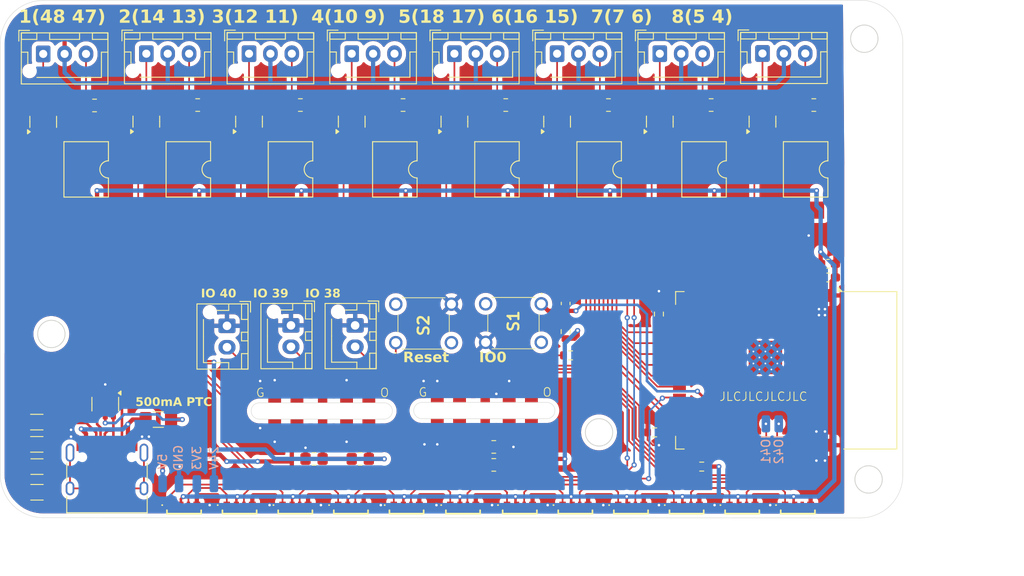
<source format=kicad_pcb>
(kicad_pcb (version 20240108) (generator "pcbnew") (generator_version "8.0")
  (layers (0 "F.Cu" signal) (31 "B.Cu" signal) (34 "B.Paste" user) (35 "F.Paste" user) (36 "B.SilkS" user "B.Silkscreen") (37 "F.SilkS" user "F.Silkscreen") (38 "B.Mask" user) (39 "F.Mask" user) (44 "Edge.Cuts" user))
  (net 0 "")
  (net 1 "+3.3V")
  (net 2 "GND")
  (net 3 "Net-(S1-COM_1)")
  (net 4 "Net-(J3-Pin_1)")
  (net 5 "+24V")
  (net 6 "Net-(IC1-DOUT)")
  (net 7 "Net-(IC2-DOUT)")
  (net 8 "Net-(IC3-DOUT)")
  (net 9 "Net-(IC4-DOUT)")
  (net 10 "Net-(J3-Pin_3)")
  (net 11 "/taster IO/LED")
  (net 12 "Net-(J2-Pin_3)")
  (net 13 "Net-(J2-Pin_1)")
  (net 14 "Net-(J4-Pin_3)")
  (net 15 "Net-(J4-Pin_1)")
  (net 16 "Net-(J5-Pin_1)")
  (net 17 "Net-(J5-Pin_3)")
  (net 18 "/taster IO1/LED")
  (net 19 "/taster IO2/LED")
  (net 20 "/taster IO3/LED")
  (net 21 "/taster IO1/Taster")
  (net 22 "/taster IO2/Taster")
  (net 23 "/taster IO3/Taster")
  (net 24 "Net-(J7-Pin_1)")
  (net 25 "Net-(J7-Pin_3)")
  (net 26 "Net-(J8-Pin_3)")
  (net 27 "Net-(J8-Pin_1)")
  (net 28 "Net-(J9-Pin_3)")
  (net 29 "Net-(J9-Pin_1)")
  (net 30 "Net-(J10-Pin_3)")
  (net 31 "Net-(J10-Pin_1)")
  (net 32 "/taster IO4/LED")
  (net 33 "/taster IO5/LED")
  (net 34 "/taster IO6/LED")
  (net 35 "/taster IO7/LED")
  (net 36 "/taster IO4/Taster")
  (net 37 "/taster IO7/Taster")
  (net 38 "/taster IO6/Taster")
  (net 39 "/taster IO5/Taster")
  (net 40 "Net-(J11-SHIELD)")
  (net 41 "Net-(J11-CC1)")
  (net 42 "+5V")
  (net 43 "Net-(J11-CC2)")
  (net 46 "Net-(IC5-DOUT)")
  (net 47 "Net-(IC6-DOUT)")
  (net 48 "Net-(IC7-DOUT)")
  (net 49 "Net-(IC8-DOUT)")
  (net 50 "Net-(IC10-DIN)")
  (net 51 "Net-(IC10-DOUT)")
  (net 53 "Net-(IC11-DIN)")
  (net 54 "Net-(R3-Pad2)")
  (net 55 "Net-(R4-Pad2)")
  (net 56 "Net-(R5-Pad2)")
  (net 57 "Net-(R6-Pad2)")
  (net 58 "Net-(R7-Pad2)")
  (net 59 "Net-(R8-Pad2)")
  (net 60 "Net-(R9-Pad2)")
  (net 61 "Net-(R10-Pad2)")
  (net 70 "Net-(J1-Pin_2)")
  (net 71 "Net-(J6-Pin_2)")
  (net 72 "Net-(U10-IO20)")
  (net 73 "Net-(U10-IO19)")
  (net 74 "Net-(J12-Pin_2)")
  (net 75 "Net-(J15-Pin_1)")
  (net 76 "Net-(J16-Pin_1)")
  (net 77 "Net-(S2-COM_1)")
  (net 82 "/taster IO/Taster")
  (net 84 "Net-(IC1-DIN)")
  (net 85 "Net-(F1-Pad2)")
  (net 86 "Net-(J11-D+-PadA6)")
  (net 87 "Net-(U10-IO0)")
  (net 88 "Net-(U10-IO45)")
  (net 89 "Net-(U10-IO46)")
  (net 90 "Net-(U11-FB)")
  (net 91 "Net-(U12-FB)")
  (net 92 "Net-(J11-D--PadA7)")
  (footprint "Package_DIP:SMDIP-4_W9.53mm" (layer "F.Cu") (at 187.77 76.769 -90)
    (property "Reference" "U4" (hide yes))
    (property "Value" "LTV-817S" (hide yes))
  )
  (footprint "Package_TO_SOT_SMD:SOT-23" (layer "F.Cu") (at 158.6 71.1875 90)
    (property "Reference" "Q1" (hide yes))
    (property "Value" "AO3400A" (hide yes))
  )
  (footprint "Package_DIP:SMDIP-4_W9.53mm" (layer "F.Cu") (at 139.446 76.769 -90)
    (property "Reference" "U7" (hide yes))
    (property "Value" "LTV-817S" (hide yes))
  )
  (footprint "Package_TO_SOT_SMD:SOT-23" (layer "F.Cu") (at 122.6 71.1875 90)
    (property "Reference" "Q7" (hide yes))
    (property "Value" "AO3400A" (hide yes))
  )
  (footprint "Resistor_SMD:R_1206_3216Metric" (layer "F.Cu") (at 109.8 106.3 180)
    (property "Reference" "R12" (hide yes))
    (property "Value" "5k1" (hide yes))
  )
  (footprint "Resistor_SMD:R_0805_2012Metric" (layer "F.Cu") (at 152.6 69.25)
    (property "Reference" "R7" (hide yes))
    (property "Value" "10k" (hide yes))
  )
  (footprint "Resistor_SMD:R_1206_3216Metric" (layer "F.Cu") (at 109.8 108.9 180)
    (property "Reference" "R13" (hide yes))
    (property "Value" "5k1" (hide yes))
  )
  (footprint "Package_TO_SOT_SMD:SOT-23-6" (layer "F.Cu") (at 117.8 104.2 -90)
    (property "Reference" "U2" (hide yes))
    (property "Value" "USBLC6-2SC6" (hide yes))
  )
  (footprint "Connector_USB:USB_C_Receptacle_HRO_TYPE-C-31-M-12" (layer "F.Cu") (at 118 113)
    (property "Reference" "J11" (hide yes))
    (property "Value" "USB_C_Receptacle_USB2.0_16P" (hide yes))
  )
  (footprint "Resistor_SMD:R_0805_2012Metric_Pad1.20x1.40mm_HandSolder" (layer "F.Cu") (at 163.2 109.2)
    (property "Reference" "R20" (hide yes))
    (property "Value" "R" (hide yes))
  )
  (footprint "Package_DIP:SMDIP-4_W9.53mm" (layer "F.Cu") (at 199.644 76.769 -90)
    (property "Reference" "U5" (hide yes))
    (property "Value" "LTV-817S" (hide yes))
  )
  (footprint "Connector_JST:JST_XH_B2B-XH-AM_1x02_P2.50mm_Vertical" (layer "F.Cu") (at 147 95 -90)
    (property "Reference" "J6" (hide yes))
    (property "Value" "GPIO 2 + GND" (hide yes))
  )
  (footprint "KiCad:4691" (layer "F.Cu") (at 153.007 116)
    (property "Reference" "IC5" (hide yes))
    (property "Value" "4691" (hide yes))
  )
  (footprint "Connector_JST:JST_XH_B2B-XH-AM_1x02_P2.50mm_Vertical" (layer "F.Cu") (at 132.025 95.05 -90)
    (property "Reference" "J12" (hide yes))
    (property "Value" "GPIO 2 + GND" (hide yes))
  )
  (footprint "Connector_JST:JST_XH_B3B-XH-AM_1x03_P2.50mm_Vertical" (layer "F.Cu") (at 134.6 63.25)
    (property "Reference" "J8" (hide yes))
    (property "Value" "Conn_01x03_Socket" (hide yes))
  )
  (footprint "KiCad:4691" (layer "F.Cu") (at 159.607 116)
    (property "Reference" "IC6" (hide yes))
    (property "Value" "4691" (hide yes))
  )
  (footprint "Resistor_SMD:R_0603_1608Metric" (layer "F.Cu") (at 187.5 111.5 180)
    (property "Reference" "R16" (hide yes))
    (property "Value" "10k" (hide yes))
  )
  (footprint "RF_Module:ESP32-S3-WROOM-1" (layer "F.Cu") (at 197.4 100.25 -90)
    (property "Reference" "U10" (hide yes))
    (property "Value" "ESP32-S3-WROOM-1" (hide yes))
  )
  (footprint "Package_DIP:SMDIP-4_W9.53mm" (layer "F.Cu") (at 175.514 76.769 -90)
    (property "Reference" "U1" (hide yes))
    (property "Value" "LTV-817S" (hide yes))
  )
  (footprint "Library:TL1105AF160Q" (layer "F.Cu") (at 168.75 92.4815 -90)
    (property "Reference" "S1")
    (property "Value" "TL1105AF160Q" (hide yes))
  )
  (footprint "Resistor_SMD:R_0805_2012Metric" (layer "F.Cu") (at 188.6 69.25)
    (property "Reference" "R5" (hide yes))
    (property "Value" "10k" (hide yes))
  )
  (footprint "Connector_JST:JST_XH_B3B-XH-AM_1x03_P2.50mm_Vertical" (layer "F.Cu") (at 194.6 63.225)
    (property "Reference" "J5" (hide yes))
    (property "Value" "Conn_01x03_Socket" (hide yes))
  )
  (footprint "Package_DIP:SMDIP-4_W9.53mm" (layer "F.Cu") (at 115.57 76.769 -90)
    (property "Reference" "U9" (hide yes))
    (property "Value" "LTV-817S" (hide yes))
  )
  (footprint "KiCad:4691" (layer "F.Cu") (at 146.507 116)
    (property "Reference" "IC4" (hide yes))
    (property "Value" "4691" (hide yes))
  )
  (footprint "Package_TO_SOT_SMD:SOT-23" (layer "F.Cu") (at 170.6 71.1875 90)
    (property "Reference" "Q2" (hide yes))
    (property "Value" "AO3400A" (hide yes))
  )
  (footprint "Connector_JST:JST_XH_B3B-XH-AM_1x03_P2.50mm_Vertical" (layer "F.Cu") (at 122.6 63.25)
    (property "Reference" "J9" (hide yes))
    (property "Value" "Conn_01x03_Socket" (hide yes))
  )
  (footprint "Resistor_SMD:R_0805_2012Metric" (layer "F.Cu") (at 140.6 69.25)
    (property "Reference" "R8" (hide yes))
    (property "Value" "10k" (hide yes))
  )
  (footprint "Resistor_SMD:R_0603_1608Metric" (layer "F.Cu") (at 171.6 95.725 -90)
    (property "Reference" "R11" (hide yes))
    (property "Value" "10k" (hide yes))
  )
  (footprint "Resistor_SMD:R_0805_2012Metric_Pad1.20x1.40mm_HandSolder" (layer "F.Cu") (at 147.6 110.6 180)
    (property "Reference" "R17" (hide yes))
    (property "Value" "R" (hide yes))
  )
  (footprint "Package_TO_SOT_SMD:SOT-23" (layer "F.Cu") (at 182.6 71.1875 90)
    (property "Reference" "Q3" (hide yes))
    (property "Value" "AO3400A" (hide yes))
  )
  (footprint "KiCad:4691" (layer "F.Cu") (at 140.007 116)
    (property "Reference" "IC3" (hide yes))
    (property "Value" "4691" (hide yes))
  )
  (footprint "Package_TO_SOT_SMD:SOT-23" (layer "F.Cu") (at 146.6 71.1875 90)
    (property "Reference" "Q5" (hide yes))
    (property "Value" "AO3400A" (hide yes))
  )
  (footprint "Connector_JST:JST_XH_B3B-XH-AM_1x03_P2.50mm_Vertical" (layer "F.Cu") (at 110.55 63.275)
    (property "Reference" "J10" (hide yes))
    (property "Value" "Conn_01x03_Socket" (hide yes))
  )
  (footprint "Resistor_SMD:R_0805_2012Metric_Pad1.20x1.40mm_HandSolder" (layer "F.Cu") (at 142.2 110.6 180)
    (property "Reference" "R18" (hide yes))
    (property "Value" "R" (hide yes))
  )
  (footprint "Resistor_SMD:R_0603_1608Metric" (layer "F.Cu") (at 182 107.5)
    (property "Reference" "R14" (hide yes))
    (property "Value" "10k" (hide yes))
  )
  (footprint "KiCad:4691" (layer "F.Cu") (at 192.232 116)
    (property "Reference" "IC12" (hide yes))
    (property "Value" "4691" (hide yes))
  )
  (footprint "Package_DIP:SMDIP-4_W9.53mm" (layer "F.Cu") (at 151.638 76.769 -90)
    (property "Reference" "U6" (hide yes))
    (property "Value" "LTV-817S" (hide yes))
  )
  (footprint "Resistor_SMD:R_0805_2012Metric" (layer "F.Cu") (at 176.6 69.25)
    (property "Reference" "R4" (hide yes))
    (property "Value" "10k" (hide yes))
  )
  (footprint "Connector_JST:JST_XH_B3B-XH-AM_1x03_P2.50mm_Vertical" (layer "F.Cu") (at 170.6 63.25)
    (property "Reference" "J2" (hide yes))
    (property "Value" "Conn_01x03_Socket" (hide yes))
  )
  (footprint "Package_DIP:SMDIP-4_W9.53mm" (layer "F.Cu") (at 163.576 76.769 -90)
    (property "Reference" "U3" (hide yes))
    (property "Value" "LTV-817S" (hide yes))
  )
  (footprint "Fuse:Fuse_1206_3216Metric_Pad1.42x1.75mm_HandSolder" (layer "F.Cu") (at 124 106 180)
    (property "Reference" "F1" (hide yes))
    (property "Value" "500mA PTC")
  )
  (footprint "Package_TO_SOT_SMD:SOT-23" (layer "F.Cu") (at 110.55 71.2125 90)
    (property "Reference" "Q8" (hide yes))
    (property "Value" "AO3400A" (hide yes))
  )
  (footprint "Capacitor_SMD:C_0603_1608Metric_Pad1.08x0.95mm_HandSolder" (layer "F.Cu") (at 202.2625 87.8 180)
    (property "Reference" "C8" (hide yes))
    (property "Value" "100n" (hide yes))
  )
  (footprint "Resistor_SMD:R_0805_2012Metric_Pad1.20x1.40mm_HandSolder" (layer "F.Cu") (at 163.2 111.3 180)
    (property "Reference" "R19" (hide yes))
    (property "Value" "R" (hide yes))
  )
  (footprint "Resistor_SMD:R_1206_3216Metric" (layer "F.Cu") (at 109.82 114.5 180)
    (property "Reference" "R1" (hide yes))
    (property "Value" "1M" (hide yes))
  )
  (footprint "KiCad:4691" (layer "F.Cu") (at 179.232 116)
    (property "Reference" "IC9" (hide yes))
    (property "Value" "4691" (hide yes))
  )
  (footprint "Library:VC-D-40-A" (layer "F.Cu") (at 134.85 105.95)
    (property "Reference" "U11" (hide yes))
    (property "Value" "~" (hide yes))
    (fp_line (start 0.95 -1.9) (end 15.55 -1.9) (stroke (width 0.05)) (layer "Edge.Cuts"))
    (fp_line (start 15.55 0) (end 0.95 0) (stroke (width 0.05)) (layer "Edge.Cuts"))
    (fp_arc (start 0.95 0) (mid 0 -0.95) (end 0.95 -1.9) (stroke (width 0.05)) (layer "Edge.Cuts"))
    (fp_arc (start 15.55 -1.9) (mid 16.5 -0.95) (end 15.55 0) (stroke (width 0.05)) (layer "Edge.Cuts"))
  )
  (footprint "KiCad:4691" (layer "F.Cu") (at 166.24 116)
    (property "Reference" "IC7" (hide yes))
    (property "Value" "4691" (hide yes))
  )
  (footprint "KiCad:4691" (layer "F.Cu") (at 198.732 116)
    (property "Reference" "IC11" (hide yes))
    (property "Value" "4691" (hide yes))
  )
  (footprint "Resistor_SMD:R_0805_2012Metric" (layer "F.Cu") (at 200.6 69.25)
    (property "Reference" "R6" (hide yes))
    (property "Value" "10k" (hide yes))
  )
  (footprint "Resistor_SMD:R_0805_2012Metric" (layer "F.Cu") (at 164.6 69.25)
    (property "Reference" "R3" (hide yes))
    (property "Value" "10k" (hide yes))
  )
  (footprint "KiCad:4691" (layer "F.Cu") (at 133.492 116)
    (property "Reference" "IC2" (hide yes))
    (property "Value" "4691" (hide yes))
  )
  (footprint "Capacitor_SMD:C_1206_3216Metric" (layer "F.Cu") (at 109.82 111.5 180)
    (property "Reference" "C5" (hide yes))
    (property "Value" "1nF" (hide yes))
  )
  (footprint "Resistor_SMD:R_0603_1608Metric" (layer "F.Cu") (at 182.5 93.675 -90)
    (property "Reference" "R15" (hide yes))
    (property "Value" "10k" (hide yes))
  )
  (footprint "KiCad:4691" (layer "F.Cu") (at 127.007 116)
    (property "Reference" "IC1" (hide yes))
    (property "Value" "4691" (hide yes))
  )
  (footprint "Library:TL1105AF160Q" (layer "F.Cu") (at 151.75 97.0185 90)
    (property "Reference" "S2")
    (property "Value" "TL1105AF160Q" (hide yes))
  )
  (footprint "Resistor_SMD:R_0805_2012Metric" (layer "F.Cu") (at 116.55 69.3)
    (property "Reference" "R10" (hide yes))
    (property "Value" "10k" (hide yes))
  )
  (footprint "Capacitor_SMD:C_0603_1608Metric_Pad1.08x0.95mm_HandSolder" (layer "F.Cu") (at 202.2625 89.4 180)
    (property "Reference" "C2" (hide yes))
    (property "Value" "22u" (hide yes))
  )
  (footprint "KiCad:4691" (layer "F.Cu") (at 172.732 116)
    (property "Reference" "IC8" (hide yes))
    (property "Value" "4691" (hide yes))
  )
  (footprint "Resistor_SMD:R_0805_2012Metric" (layer "F.Cu") (at 128.6 69.25)
    (property "Reference" "R9" (hide yes))
    (property "Value" "10k" (hide yes))
  )
  (footprint "Package_DIP:SMDIP-4_W9.53mm" (layer "F.Cu") (at 127.508 76.769 -90)
    (property "Reference" "U8" (hide yes))
    (property "Value" "LTV-817S" (hide yes))
  )
  (footprint "Resistor_SMD:R_0603_1608Metric" (layer "F.Cu") (at 172.175 98.5 180)
    (property "Reference" "R2" (hide yes))
    (property "Value" "1k" (hide yes))
  )
  (footprint "Capacitor_SMD:C_0603_1608Metric_Pad1.08x0.95mm_HandSolder" (layer "F.Cu") (at 171.6 92.4375 -90)
    (property "Reference" "C1" (hide yes))
    (property "Value" "100n" (hide yes))
  )
  (footprint "Connector_JST:JST_XH_B3B-XH-AM_1x03_P2.50mm_Vertical" (layer "F.Cu") (at 182.6 63.25)
    (property "Reference" "J4" (hide yes))
    (property "Value" "Conn_01x03_Socket" (hide yes))
  )
  (footprint "Library:VC-D-40-A" (layer "F.Cu") (at 153.85 105.9)
    (property "Reference" "U12" (hide yes))
    (property "Value" "~" (hide yes))
    (fp_line (start 0.95 -1.9) (end 15.55 -1.9) (stroke (width 0.05)) (layer "Edge.Cuts"))
    (fp_line (start 15.55 0) (end 0.95 0) (stroke (width 0.05)) (layer "Edge.Cuts"))
    (fp_arc (start 0.95 0) (mid 0 -0.95) (end 0.95 -1.9) (stroke (width 0.05)) (layer "Edge.Cuts"))
    (fp_arc (start 15.55 -1.9) (mid 16.5 -0.95) (end 15.55 0) (stroke (width 0.05)) (layer "Edge.Cuts"))
  )
  (footprint "KiCad:4691" (layer "F.Cu") (at 185.732 116)
    (property "Reference" "IC10" (hide yes))
    (property "Value" "4691" (hide yes))
  )
  (footprint "Connector_JST:JST_XH_B3B-XH-AM_1x03_P2.50mm_Vertical" (layer "F.Cu") (at 146.6 63.25)
    (property "Reference" "J7" (hide yes))
    (property "Value" "Conn_01x03_Socket" (hide yes))
  )
  (footprint "Package_TO_SOT_SMD:SOT-23" (layer "F.Cu") (at 194.6 71.1875 90)
    (property "Reference" "Q4" (hide yes))
    (property "Value" "AO3400A" (hide yes))
  )
  (footprint "Connector_JST:JST_XH_B3B-XH-AM_1x03_P2.50mm_Vertical" (layer "F.Cu") (at 158.6 63.25)
    (property "Reference" "J3" (hide yes))
    (property "Value" "Conn_01x03_Socket" (hide yes))
  )
  (footprint "Connector_JST:JST_XH_B2B-XH-AM_1x02_P2.50mm_Vertical" (layer "F.Cu") (at 139.5 95 -90)
    (property "Reference" "J1" (hide yes))
    (property "Value" "GPIO 2 + GND" (hide yes))
  )
  (footprint "Package_TO_SOT_SMD:SOT-23" (layer "F.Cu") (at 134.6 71.1875 90)
    (property "Reference" "Q6" (hide yes))
    (property "Value" "AO3400A" (hide yes))
  )
  (footprint "Connector_Wire:SolderWirePad_1x01_SMD_1x2mm" (layer "B.Cu") (at 124.5 113.5 180)
    (property "Reference" "J22" (hide yes))
    (property "Value" "5V")
  )
  (footprint "Connector_Wire:SolderWirePad_1x01_SMD_1x2mm" (layer "B.Cu") (at 128.5 113.5 180)
    (property "Reference" "J20" (hide yes))
    (property "Value" "3V3")
  )
  (footprint "Connector_Wire:SolderWirePad_1x01_SMD_1x2mm" (layer "B.Cu") (at 196.5 106.5 180)
    (property "Reference" "J15" (hide yes))
    (property "Value" "IO42")
  )
  (footprint "Connector_Wire:SolderWirePad_1x01_SMD_1x2mm" (layer "B.Cu") (at 126.42 113.5 180)
    (property "Reference" "J19" (hide yes))
    (property "Value" "GND")
  )
  (footprint "Connector_Wire:SolderWirePad_1x01_SMD_1x2mm" (layer "B.Cu") (at 195 106.5 180)
    (property "Reference" "J16" (hide yes))
    (property "Value" "IO41")
  )
  (footprint "Connector_Wire:SolderWirePad_1x01_SMD_1x2mm" (layer "B.Cu") (at 130.5 113.5 180)
    (property "Reference" "J21" (hide yes))
    (property "Value" "24V")
  )
  (gr_circle (center 207 113) (end 208.6 113) (stroke (width 0.1)) (fill none) (layer "Edge.Cuts"))
  (gr_arc (start 211 112.5) (mid 209.535534 116.035534) (end 206 117.5) (stroke (width 0.05)) (layer "Edge.Cuts"))
  (gr_circle (center 175.5 107.5) (end 177.1 107.5) (stroke (width 0.1)) (fill none) (layer "Edge.Cuts"))
  (gr_line (start 206 57) (end 110.535534 57.035534) (stroke (width 0.05)) (layer "Edge.Cuts"))
  (gr_circle (center 206.5 61.5) (end 208.1 61.5) (stroke (width 0.1)) (fill none) (layer "Edge.Cuts"))
  (gr_line (start 110.535534 117.464466) (end 206 117.5) (stroke (width 0.05)) (layer "Edge.Cuts"))
  (gr_arc (start 206 57) (mid 209.535534 58.464466) (end 211 62) (stroke (width 0.05)) (layer "Edge.Cuts"))
  (gr_line (start 105.535534 62.035534) (end 105.535534 112.464466) (stroke (width 0.05)) (layer "Edge.Cuts"))
  (gr_line (start 211 112.5) (end 211 62) (stroke (width 0.05)) (layer "Edge.Cuts"))
  (gr_arc (start 105.535534 62.035534) (mid 107 58.5) (end 110.535534 57.035534) (stroke (width 0.05)) (layer "Edge.Cuts"))
  (gr_arc (start 110.535534 117.464466) (mid 107 116) (end 105.535534 112.464466) (stroke (width 0.05)) (layer "Edge.Cuts"))
  (gr_circle (center 111.5 96) (end 113.1 96) (stroke (width 0.1)) (fill none) (layer "Edge.Cuts"))
  (gr_text "Reset      IO0" (at 152.6 99.5 0) (layer "F.SilkS") (effects (font (size 1.2 1.2) (thickness 0.24) (bold yes)) (justify left bottom)))
  (gr_text "JLCJLCJLCJLC" (at 189.5 103.9 0) (layer "F.SilkS") (effects (font (size 1 1) (thickness 0.1)) (justify left bottom)))
  (gr_text "1(48 47)  2(14 13) 3(12 11)  4(10 9)  5(18 17) 6(16 15)  7(7 6)   8(5 4)" (at 107.7 59.9 0) (layer "F.SilkS") (effects (font (size 1.53 1.53) (thickness 0.3) (bold yes)) (justify left bottom)))
  (gr_text "  IO 40    IO 39    IO 38" (at 128 91.9 0) (layer "F.SilkS") (effects (font (size 1 1) (thickness 0.2) (bold yes)) (justify left bottom)))
  (segment (start 178.74 115) (end 178.74 115.875) (width 0.3) (layer "F.Cu") (net 1))
  (segment (start 176.784 81.534) (end 176.784 79.248) (width 0.5) (layer "F.Cu") (net 1))
  (segment (start 188.325 111.5) (end 189.5 111.5) (width 0.5) (layer "F.Cu") (net 1))
  (segment (start 200.914 81.534) (end 200.914 79.248) (width 0.5) (layer "F.Cu") (net 1))
  (segment (start 164.846 81.534) (end 164.846 79.248) (width 0.5) (layer "F.Cu") (net 1))
  (segment (start 172.24 115) (end 172.24 115.875) (width 0.3) (layer "F.Cu") (net 1))
  (segment (start 167.6 110.6) (end 171.5 110.6) (width 0.5) (layer "F.Cu") (net 1))
  (segment (start 198.24 115.875) (end 198.365 116) (width 0.3) (layer "F.Cu") (net 1))
  (segment (start 191.74 115) (end 191.74 115.875) (width 0.3) (layer "F.Cu") (net 1))
  (segment (start 188.976 81.534) (end 188.976 79.248) (width 0.5) (layer "F.Cu") (net 1))
  (segment (start 171.6 96.55) (end 172.65 96.55) (width 0.5) (layer "F.Cu") (net 1))
  (segment (start 128.778 81.534) (end 128.778 79.248) (width 0.5) (layer "F.Cu") (net 1))
  (segment (start 201.4 87.8) (end 201.4 86.4) (width 0.5) (layer "F.Cu") (net 1))
  (segment (start 185.24 115) (end 185.24 115.875) (width 0.3) (layer "F.Cu") (net 1))
  (segment (start 152.64 115.1) (end 152.74 115) (width 0.3) (layer "F.Cu") (net 1))
  (segment (start 140.716 81.534) (end 140.716 79.248) (width 0.5) (layer "F.Cu") (net 1))
  (segment (start 178.74 115.875) (end 178.865 116) (width 0.3) (layer "F.Cu") (net 1))
  (segment (start 198.24 115) (end 198.24 115.875) (width 0.3) (layer "F.Cu") (net 1))
  (segment (start 126.64 115.28) (end 126.64 116) (width 0.3) (layer "F.Cu") (net 1))
  (segment (start 139.64 116) (end 139.64 115.1) (width 0.3) (layer "F.Cu") (net 1))
  (segment (start 166.9 111.3) (end 167.6 110.6) (width 0.5) (layer "F.Cu") (net 1))
  (segment (start 172.65 96.55) (end 173 96.2) (width 0.5) (layer "F.Cu") (net 1))
  (segment (start 200.87 81.515) (end 201.1 81.285) (width 0.2) (layer "F.Cu") (net 1))
  (segment (start 146.14 115.1) (end 146.24 115) (width 0.3) (layer "F.Cu") (net 1))
  (segment (start 164.2 111.3) (end 166.9 111.3) (width 0.5) (layer "F.Cu") (net 1))
  (segment (start 126.92 115) (end 126.64 115.28) (width 0.3) (layer "F.Cu") (net 1))
  (segment (start 133.125 116) (end 133.125 115.115) (width 0.3) (layer "F.Cu") (net 1))
  (segment (start 152.908 81.534) (end 152.908 79.248) (width 0.5) (layer "F.Cu") (net 1))
  (segment (start 201.39 82.035) (end 200.87 81.515) (width 0.2) (layer "F.Cu") (net 1))
  (segment (start 116.84 81.534) (end 116.84 79.248) (width 0.5) (layer "F.Cu") (net 1))
  (segment (start 201.39 87.81) (end 201.4 87.8) (width 0.5) (layer "F.Cu") (net 1))
  (segment (start 165.873 116) (end 165.74 115.867) (width 0.3) (layer "F.Cu") (net 1))
  (segment (start 133.125 115.115) (end 133.24 115) (width 0.3) (layer "F.Cu") (net 1))
  (segment (start 165.74 115) (end 165.74 115.867) (width 0.3) (layer "F.Cu") (net 1))
  (segment (start 201.39 91.5) (end 201.39 87.81) (width 0.5) (layer "F.Cu") (net 1))
  (segment (start 191.74 115.875) (end 191.865 116) (width 0.3) (layer "F.Cu") (net 1))
  (segment (start 139.64 115.1) (end 139.74 115) (width 0.3) (layer "F.Cu") (net 1))
  (segment (start 167.6 110.6) (end 167.6 106.9) (width 0.5) (layer "F.Cu") (net 1))
  (segment (start 173 96.2) (end 173 95.6) (width 0.5) (layer "F.Cu") (net 1))
  (segment (start 152.64 116) (end 152.64 115.1) (width 0.3) (layer "F.Cu") (net 1))
  (segment (start 185.24 115.875) (end 185.365 116) (width 0.3) (layer "F.Cu") (net 1))
  (segment (start 146.14 116) (end 146.14 115.1) (width 0.3) (layer "F.Cu") (net 1))
  (segment (start 172.24 115.875) (end 172.365 116) (width 0.3) (layer "F.Cu") (net 1))
  (segment (start 159.24 115) (end 159.24 116) (width 0.3) (layer "F.Cu") (net 1))
  (via (at 140.716 79.248) (size 0.6) (drill 0.3) (layers "F.Cu" "B.Cu") (net 1))
  (via (at 152.908 79.248) (size 0.6) (drill 0.3) (layers "F.Cu" "B.Cu") (net 1))
  (via (at 152.74 115) (size 0.6) (drill 0.3) (layers "F.Cu" "B.Cu") (net 1))
  (via (at 201.4 86.4) (size 0.6) (drill 0.3) (layers "F.Cu" "B.Cu") (net 1))
  (via (at 159.24 115) (size 0.6) (drill 0.3) (layers "F.Cu" "B.Cu") (net 1))
  (via (at 198.24 115) (size 0.6) (drill 0.3) (layers "F.Cu" "B.Cu") (net 1))
  (via (at 128.778 79.248) (size 0.6) (drill 0.3) (layers "F.Cu" "B.Cu") (net 1))
  (via (at 165.74 115) (size 0.6) (drill 0.3) (layers "F.Cu" "B.Cu") (net 1))
  (via (at 185.24 115) (size 0.6) (drill 0.3) (layers "F.Cu" "B.Cu") (net 1))
  (via (at 126.92 115) (size 0.6) (drill 0.3) (layers "F.Cu" "B.Cu") (net 1))
  (via (at 188.976 79.248) (size 0.6) (drill 0.3) (layers "F.Cu" "B.Cu") (net 1))
  (via (at 173 95.6) (size 0.6) (drill 0.3) (layers "F.Cu" "B.Cu") (net 1))
  (via (at 189.5 111.5) (size 0.6) (drill 0.3) (layers "F.Cu" "B.Cu") (net 1))
  (via (at 133.24 115) (size 0.6) (drill 0.3) (layers "F.Cu" "B.Cu") (net 1))
  (via (at 200.914 79.248) (size 0.6) (drill 0.3) (layers "F.Cu" "B.Cu") (net 1))
  (via (at 191.74 115) (size 0.6) (drill 0.3) (layers "F.Cu" "B.Cu") (net 1))
  (via (at 116.84 79.248) (size 0.6) (drill 0.3) (layers "F.Cu" "B.Cu") (net 1))
  (via (at 171.5 110.6) (size 0.6) (drill 0.3) (layers "F.Cu" "B.Cu") (net 1))
  (via (at 146.24 115) (size 0.6) (drill 0.3) (layers "F.Cu" "B.Cu") (net 1))
  (via (at 176.784 79.248) (size 0.6) (drill 0.3) (layers "F.Cu" "B.Cu") (net 1))
  (via (at 178.74 115) (size 0.6) (drill 0.3) (layers "F.Cu" "B.Cu") (net 1))
  (via (at 172.24 115) (size 0.6) (drill 0.3) (layers "F.Cu" "B.Cu") (net 1))
  (via (at 139.74 115) (size 0.6) (drill 0.3) (layers "F.Cu" "B.Cu") (net 1))
  (via (at 164.846 79.248) (size 0.6) (drill 0.3) (layers "F.Cu" "B.Cu") (net 1))
  (segment (start 171.5 110.6) (end 171.5 97.1) (width 0.5) (layer "B.Cu") (net 1))
  (segment (start 152.74 115) (end 159.24 115) (width 0.5) (layer "B.Cu") (net 1))
  (segment (start 191.74 115) (end 197.8 115) (width 0.5) (layer "B.Cu") (net 1))
  (segment (start 197.8 115) (end 201.1 115) (width 0.5) (layer "B.Cu") (net 1))
  (segment (start 188.976 79.248) (end 200.914 79.248) (width 0.5) (layer "B.Cu") (net 1))
  (segment (start 159.24 115) (end 161 115) (width 0.5) (layer "B.Cu") (net 1))
  (segment (start 145.5 115) (end 146.24 115) (width 0.5) (layer "B.Cu") (net 1))
  (segment (start 189.5 111.5) (end 189.5 115) (width 0.5) (layer "B.Cu") (net 1))
  (segment (start 129.5 115) (end 133.24 115) (width 0.5) (layer "B.Cu") (net 1))
  (segment (start 201.1 115) (end 203 113.1) (width 0.5) (layer "B.Cu") (net 1))
  (segment (start 128.5 113.5) (end 128.5 115) (width 0.5) (layer "B.Cu") (net 1))
  (segment (start 201.4 81.5) (end 200.914 81.014) (width 0.5) (layer "B.Cu") (net 1))
  (segment (start 203 113.1) (end 203 88) (width 0.5) (layer "B.Cu") (net 1))
  (segment (start 165.74 115) (end 170.5 115) (width 0.5) (layer "B.Cu") (net 1))
  (segment (start 171.5 79.248398) (end 171.499602 79.248) (width 0.5) (layer "B.Cu") (net 1))
  (segment (start 185.24 115) (end 189.5 115) (width 0.5) (layer "B.Cu") (net 1))
  (segment (start 189.5 115) (end 191.74 115) (width 0.5) (layer "B.Cu") (net 1))
  (segment (start 161 115) (end 165.74 115) (width 0.5) (layer "B.Cu") (net 1))
  (segment (start 171.5 111.9) (end 172.24 112.64) (width 0.5) (layer "B.Cu") (net 1))
  (segment (start 179 115) (end 185.24 115) (width 0.5) (layer "B.Cu") (net 1))
  (segment (start 137.24 115) (end 139.74 115) (width 0.5) (layer "B.Cu") (net 1))
  (segment (start 128.5 115) (end 129.5 115) (width 0.5) (layer "B.Cu") (net 1))
  (segment (start 139.74 115) (end 145.5 115) (width 0.5) (layer "B.Cu") (net 1))
  (segment (start 172.24 112.64) (end 172.24 115) (width 0.5) (layer "B.Cu") (net 1))
  (segment (start 200.914 81.014) (end 200.914 79.248) (width 0.5) (layer "B.Cu") (net 1))
  (segment (start 178.74 115) (end 179 115) (width 0.5) (layer "B.Cu") (net 1))
  (segment (start 171.499602 79.248) (end 116.84 79.248) (width 0.5) (layer "B.Cu") (net 1))
  (segment (start 201.4 86.4) (end 201.4 81.5) (width 0.5) (layer "B.Cu") (net 1))
  (segment (start 171.499602 79.248) (end 176.784 79.248) (width 0.5) (layer "B.Cu") (net 1))
  (segment (start 126.92 115) (end 128.5 115) (width 0.5) (layer "B.Cu") (net 1))
  (segment (start 170.5 115) (end 172.24 115) (width 0.5) (layer "B.Cu") (net 1))
  (segment (start 171.5 110.6) (end 171.5 111.9) (width 0.5) (layer "B.Cu") (net 1))
  (segment (start 133.24 115) (end 137.24 115) (width 0.5) (layer "B.Cu") (net 1))
  (segment (start 171.5 115) (end 170.5 115) (width 0.5) (layer "B.Cu") (net 1))
  (segment (start 203 88) (end 201.4 86.4) (width 0.5) (layer "B.Cu") (net 1))
  (segment (start 176.784 79.248) (end 188.976 79.248) (width 0.5) (layer "B.Cu") (net 1))
  (segment (start 171.5 97.1) (end 173 95.6) (width 0.5) (layer "B.Cu") (net 1))
  (segment (start 197.8 115) (end 198.24 115) (width 0.5) (layer "B.Cu") (net 1))
  (segment (start 172.24 115) (end 178.74 115) (width 0.5) (layer "B.Cu") (net 1))
  (segment (start 146.24 115) (end 152.74 115) (width 0.5) (layer "B.Cu") (net 1))
  (segment (start 121.25 108.955) (end 121.25 108.25) (width 0.5) (layer "F.Cu") (net 2))
  (segment (start 146 103.05) (end 146 101.4) (width 0.5) (layer "F.Cu") (net 2))
  (segment (start 117.8 103.0625) (end 117.8 101.9) (width 0.3) (layer "F.Cu") (net 2))
  (segment (start 114.75 108.25) (end 114.5 108) (width 0.5) (layer "F.Cu") (net 2))
  (segment (start 114.5 108) (end 113.8 108) (width 0.5) (layer "F.Cu") (net 2))
  (segment (start 156.6 103) (end 156.6 101.5) (width 0.5) (layer "F.Cu") (net 2))
  (segment (start 165 103) (end 165 101.5) (width 0.5) (layer "F.Cu") (net 2))
  (segment (start 202.66 89.865) (end 203.125 89.4) (width 0.5) (layer "F.Cu") (net 2))
  (segment (start 182.5 109) (end 181.8 109) (width 0.2) (layer "F.Cu") (net 2))
  (segment (start 202.66 91.5) (end 202.66 89.865) (width 0.5) (layer "F.Cu") (net 2))
  (segment (start 121.5 108) (end 122.1 108) (width 0.5) (layer "F.Cu") (net 2))
  (segment (start 165.5 107.4) (end 165 106.9) (width 0.5) (layer "F.Cu") (net 2))
  (segment (start 181.8 109) (end 181.175 108.375) (width 0.2) (layer "F.Cu") (net 2))
  (segment (start 164.2 109.2) (end 165.5 109.2) (width 0.5) (layer "F.Cu") (net 2))
  (segment (start 121.25 108.25) (end 121.5 108) (width 0.5) (layer "F.Cu") (net 2))
  (segment (start 165.5 109.2) (end 165.5 107.4) (width 0.5) (layer "F.Cu") (net 2))
  (segment (start 181.175 108.375) (end 181.175 107.5) (width 0.2) (layer "F.Cu") (net 2))
  (segment (start 137.6 103.05) (end 137.6 101.4) (width 0.5) (layer "F.Cu") (net 2))
  (segment (start 137.6 106.95) (end 137.6 108.6) (width 0.5) (layer "F.Cu") (net 2))
  (segment (start 141.2 110.6) (end 141.2 109.3) (width 0.5) (layer "F.Cu") (net 2))
  (segment (start 114.75 108.955) (end 114.75 108.25) (width 0.5) (layer "F.Cu") (net 2))
  (segment (start 146 106.95) (end 146 108.6) (width 0.5) (layer "F.Cu") (net 2))
  (segment (start 182.5 92.85) (end 182.5 91) (width 0.2) (layer "F.Cu") (net 2))
  (via (at 201.2 93.8) (size 0.6) (drill 0.3) (layers "F.Cu" "B.Cu") (net 2))
  (via (at 195.5 116) (size 0.6) (drill 0.3) (layers "F.Cu" "B.Cu") (net 2))
  (via (at 137 116) (size 0.6) (drill 0.3) (layers "F.Cu" "B.Cu") (net 2))
  (via (at 130 116) (size 0.6) (drill 0.3) (layers "F.Cu" "B.Cu") (net 2))
  (via (at 200 84.5) (size 0.6) (drill 0.3) (layers "F.Cu" "B.Cu") (net 2))
  (via (at 182.5 109) (size 0.6) (drill 0.3) (layers "F.Cu" "B.Cu") (net 2))
  (via (at 163.5 103) (size 0.6) (drill 0.3) (layers "F.Cu" "B.Cu") (net 2))
  (via (at 137.6 108.6) (size 0.6) (drill 0.3) (layers "F.Cu" "B.Cu") (net 2))
  (via (at 165 101.5) (size 0.6) (drill 0.3) (layers "F.Cu" "B.Cu") (net 2))
  (via (at 155.1 108.9) (size 0.6) (drill 0.3) (layers "F.Cu" "B.Cu") (net 2))
  (via (at 126.5 111.5) (size 0.6) (drill 0.3) (layers "F.Cu" "B.Cu") (net 2))
  (via (at 165.5 109.2) (size 0.6) (drill 0.3) (layers "F.Cu" "B.Cu") (net 2))
  (via (at 113.8 107.2) (size 0.6) (drill 0.3) (layers "F.Cu" "B.Cu") (net 2))
  (via (at 201.9 93.8) (size 0.6) (drill 0.3) (layers "F.Cu" "B.Cu") (net 2))
  (via (at 141.2 109.3) (size 0.6) (drill 0.3) (layers "F.Cu" "B.Cu") (net 2))
  (via (at 176 116) (size 0.6) (drill 0.3) (layers "F.Cu" "B.Cu") (net 2))
  (via (at 113.8 108) (size 0.6) (drill 0.3) (layers "F.Cu" "B.Cu") (net 2))
  (via (at 146 108.6) (size 0.6) (drill 0.3) (layers "F.Cu" "B.Cu") (net 2))
  (via (at 137.6 101.4) (size 0.6) (drill 0.3) (layers "F.Cu" "B.Cu") (net 2))
  (via (at 182.5 91) (size 0.6) (drill 0.3) (layers "F.Cu" "B.Cu") (net 2))
  (via (at 189 116) (size 0.6) (drill 0.3) (layers "F.Cu" "B.Cu") (net 2))
  (via (at 156.6 101.5) (size 0.6) (drill 0.3) (layers "F.Cu" "B.Cu") (net 2))
  (via (at 163 116) (size 0.6) (drill 0.3) (layers "F.Cu" "B.Cu") (net 2))
  (via (at 201.9 107.4) (size 0.6) (drill 0.3) (layers "F.Cu" "B.Cu") (net 2))
  (via (at 201.2 93.1) (size 0.6) (drill 0.3) (layers "F.Cu" "B.Cu") (net 2))
  (via (at 135.9 107) (size 0.6) (drill 0.3) (layers "F.Cu" "B.Cu") (net 2))
  (via (at 169.5 116) (size 0.6) (drill 0.3) (layers "F.Cu" "B.Cu") (net 2))
  (via (at 182.5 116) (size 0.6) (drill 0.3) (layers "F.Cu" "B.Cu") (net 2))
  (via (at 155 101.5) (size 0.6) (drill 0.3) (layers "F.Cu" "B.Cu") (net 2))
  (via (at 156.5 116) (size 0.6) (drill 0.3) (layers "F.Cu" "B.Cu") (net 2))
  (via (at 146 101.4) (size 0.6) (drill 0.3) (layers "F.Cu" "B.Cu") (net 2))
  (via (at 122.9 108) (size 0.6) (drill 0.3) (layers "F.Cu" "B.Cu") (net 2))
  (via (at 201.9 110.8) (size 0.6) (drill 0.3) (layers "F.Cu" "B.Cu") (net 2))
  (via (at 200.9 107.4) (size 0.6) (drill 0.3) (layers "F.Cu" "B.Cu") (net 2))
  (via (at 156.6 108.9) (size 0.6) (drill 0.3) (layers "F.Cu" "B.Cu") (net 2))
  (via (at 200.9 110.8) (size 0.6) (drill 0.3) (layers "F.Cu" "B.Cu") (net 2))
  (via (at 143 116) (size 0.6) (drill 0.3) (layers "F.Cu" "B.Cu") (net 2))
  (via (at 135.9 101.5) (size 0.6) (drill 0.3) (layers "F.Cu" "B.Cu") (net 2))
  (via (at 201.9 93.1) (size 0.6) (drill 0.3) (layers "F.Cu" "B.Cu") (net 2))
  (via (at 117.8 101.9) (size 0.6) (drill 0.3) (layers "F.Cu" "B.Cu") (net 2))
  (via (at 150 116) (size 0.6) (drill 0.3) (layers "F.Cu" "B.Cu") (net 2))
  (via (at 122.1 108) (size 0.6) (drill 0.3) (layers "F.Cu" "B.Cu") (net 2))
  (segment (start 126.42 111.58) (end 126.5 111.5) (width 0.2) (layer "B.Cu") (net 2))
  (segment (start 126.42 113.5) (end 126.42 111.58) (width 0.2) (layer "B.Cu") (net 2))
  (segment (start 200.12 102.38) (end 198.8 103.7) (width 0.3) (layer "F.Cu") (net 3))
  (segment (start 169.5685 93.3) (end 171.6 93.3) (width 0.5) (layer "F.Cu") (net 3))
  (segment (start 198.8 103.7) (end 188 103.7) (width 0.3) (layer "F.Cu") (net 3))
  (segment (start 188 103.7) (end 187 102.7) (width 0.3) (layer "F.Cu") (net 3))
  (segment (start 171.6 94.9) (end 171.6 93.3) (width 0.5) (layer "F.Cu") (net 3))
  (segment (start 200.12 91.5) (end 200.12 102.38) (width 0.3) (layer "F.Cu") (net 3))
  (segment (start 168.75 92.4815) (end 169.5685 93.3) (width 0.5) (layer "F.Cu") (net 3))
  (segment (start 171.6 93.3) (end 172.8 93.3) (width 0.5) (layer "F.Cu") (net 3))
  (via (at 187 102.7) (size 0.6) (drill 0.3) (layers "F.Cu" "B.Cu") (net 3))
  (via (at 172.8 93.3) (size 0.6) (drill 0.3) (layers "F.Cu" "B.Cu") (net 3))
  (segment (start 187 102.7) (end 182.3 102.7) (width 0.3) (layer "B.Cu") (net 3))
  (segment (start 180 92.6) (end 173.5 92.6) (width 0.3) (layer "B.Cu") (net 3))
  (segment (start 182.3 102.7) (end 181.1 101.5) (width 0.3) (layer "B.Cu") (net 3))
  (segment (start 181.1 101.5) (end 181.1 93.7) (width 0.3) (layer "B.Cu") (net 3))
  (segment (start 173.5 92.6) (end 172.8 93.3) (width 0.3) (layer "B.Cu") (net 3))
  (segment (start 181.1 93.7) (end 180 92.6) (width 0.3) (layer "B.Cu") (net 3))
  (segment (start 158.6 67.75) (end 158.6 63.25) (width 0.2) (layer "F.Cu") (net 4))
  (segment (start 158.6 70.25) (end 158.6 67.75) (width 0.2) (layer "F.Cu") (net 4))
  (segment (start 108.4 99.3) (end 106.7 97.6) (width 0.5) (layer "F.Cu") (net 5))
  (segment (start 148.6 110.6) (end 150.4 110.6) (width 0.5) (layer "F.Cu") (net 5))
  (segment (start 148.6 110.6) (end 148.6 106.95) (width 0.5) (layer "F.Cu") (net 5))
  (segment (start 113.05 61.55) (end 113.05 63.275) (width 0.5) (layer "F.Cu") (net 5))
  (segment (start 106.7 97.6) (end 106.7 61.7) (width 0.5) (layer "F.Cu") (net 5))
  (segment (start 148.6 103.05) (end 148.6 103.45) (width 0.2) (layer "F.Cu") (net 5))
  (segment (start 107.6 60.8) (end 112.3 60.8) (width 0.5) (layer "F.Cu") (net 5))
  (segment (start 112.3 60.8) (end 113.05 61.55) (width 0.5) (layer "F.Cu") (net 5))
  (segment (start 106.7 61.7) (end 107.6 60.8) (width 0.5) (layer "F.Cu") (net 5))
  (segment (start 130.5 99.3) (end 108.4 99.3) (width 0.5) (layer "F.Cu") (net 5))
  (via (at 150.4 110.6) (size 0.6) (drill 0.3) (layers "F.Cu" "B.Cu") (net 5))
  (via (at 130.5 99.3) (size 0.6) (drill 0.3) (layers "F.Cu" "B.Cu") (net 5))
  (segment (start 149.1 63.25) (end 149.1 66.2) (width 0.5) (layer "B.Cu") (net 5))
  (segment (start 149.1 66.2) (end 149.1 66.7) (width 0.5) (layer "B.Cu") (net 5))
  (segment (start 196.2 66.7) (end 197.1 65.8) (width 0.5) (layer "B.Cu") (net 5))
  (segment (start 149.1 66.7) (end 137.1 66.7) (width 0.5) (layer "B.Cu") (net 5))
  (segment (start 173.1 63.25) (end 173.1 66.7) (width 0.5) (layer "B.Cu") (net 5))
  (segment (start 130.5 103.5) (end 130.5 103.4) (width 0.5) (layer "B.Cu") (net 5))
  (segment (start 125.1 66.7) (end 125.1 66.2) (width 0.5) (layer "B.Cu") (net 5))
  (segment (start 136.5 109.5) (end 130.5 109.5) (width 0.5) (layer "B.Cu") (net 5))
  (segment (start 114.3 66.7) (end 125.1 66.7) (width 0.5) (layer "B.Cu") (net 5))
  (segment (start 161.1 63.25) (end 161.1 66.7) (width 0.5) (layer "B.Cu") (net 5))
  (segment (start 130.5 109.5) (end 130.5 103.5) (width 0.5) (layer "B.Cu") (net 5))
  (segment (start 113.05 65.45) (end 114.3 66.7) (width 0.5) (layer "B.Cu") (net 5))
  (segment (start 185.1 66.7) (end 173.1 66.7) (width 0.5) (layer "B.Cu") (net 5))
  (segment (start 137.1 63.25) (end 137.1 66.2) (width 0.5) (layer "B.Cu") (net 5))
  (segment (start 130.5 113.5) (end 130.5 109.5) (width 0.5) (layer "B.Cu") (net 5))
  (segment (start 197.1 65.8) (end 197.1 63.225) (width 0.5) (layer "B.Cu") (net 5))
  (segment (start 125.1 66.2) (end 125.1 63.25) (width 0.5) (layer "B.Cu") (net 5))
  (segment (start 137.1 66.7) (end 125.1 66.7) (width 0.5) (layer "B.Cu") (net 5))
  (segment (start 173.1 66.7) (end 161.1 66.7) (width 0.5) (layer "B.Cu") (net 5))
  (segment (start 196.2 66.7) (end 185.1 66.7) (width 0.5) (layer "B.Cu") (net 5))
  (segment (start 130.5 103.4) (end 130.5 99.3) (width 0.5) (layer "B.Cu") (net 5))
  (segment (start 161.1 66.7) (end 149.1 66.7) (width 0.5) (layer "B.Cu") (net 5))
  (segment (start 185.1 63.52) (end 185.37 63.25) (width 0.2) (layer "B.Cu") (net 5))
  (segment (start 137.6 110.6) (end 136.5 109.5) (width 0.5) (layer "B.Cu") (net 5))
  (segment (start 113.05 63.275) (end 113.05 65.45) (width 0.5) (layer "B.Cu") (net 5))
  (segment (start 150.4 110.6) (end 137.6 110.6) (width 0.5) (layer "B.Cu") (net 5))
  (segment (start 137.1 66.2) (end 137.1 66.7) (width 0.5) (layer "B.Cu") (net 5))
  (segment (start 185.1 63.25) (end 185.1 66.7) (width 0.5) (layer "B.Cu") (net 5))
  (segment (start 132 114.76) (end 132 116) (width 0.2) (layer "F.Cu") (net 6))
  (segment (start 127.52 114.72) (end 128.24 114) (width 0.2) (layer "F.Cu") (net 6))
  (segment (start 128.24 114) (end 131.24 114) (width 0.2) (layer "F.Cu") (net 6))
  (segment (start 127.52 116) (end 127.52 114.72) (width 0.2) (layer "F.Cu") (net 6))
  (segment (start 131.24 114) (end 132 114.76) (width 0.2) (layer "F.Cu") (net 6))
  (segment (start 137.99 114) (end 138.515 114.525) (width 0.2) (layer "F.Cu") (net 7))
  (segment (start 138.515 114.525) (end 138.515 116) (width 0.2) (layer "F.Cu") (net 7))
  (segment (start 134.005 116) (end 134.005 114.735) (width 0.2) (layer "F.Cu") (net 7))
  (segment (start 134.74 114) (end 137.99 114) (width 0.2) (layer "F.Cu") (net 7))
  (segment (start 134.005 114.735) (end 134.74 114) (width 0.2) (layer "F.Cu") (net 7))
  (segment (start 140.52 116) (end 140.52 114.72) (width 0.2) (layer "F.Cu") (net 8))
  (segment (start 145.015 114.645) (end 145.015 116) (width 0.2) (layer "F.Cu") (net 8))
  (segment (start 141.24 114) (end 144.37 114) (width 0.2) (layer "F.Cu") (net 8))
  (segment (start 144.37 114) (end 145.015 114.645) (width 0.2) (layer "F.Cu") (net 8))
  (segment (start 140.52 114.72) (end 141.24 114) (width 0.2) (layer "F.Cu") (net 8))
  (segment (start 147.74 114) (end 150.74 114) (width 0.2) (layer "F.Cu") (net 9))
  (segment (start 150.74 114) (end 151.515 114.775) (width 0.2) (layer "F.Cu") (net 9))
  (segment (start 147.02 116) (end 147.02 114.72) (width 0.2) (layer "F.Cu") (net 9))
  (segment (start 151.515 114.775) (end 151.515 116) (width 0.2) (layer "F.Cu") (net 9))
  (segment (start 147.02 114.72) (end 147.74 114) (width 0.2) (layer "F.Cu") (net 9))
  (segment (start 163.6 63.25) (end 163.6 69.1625) (width 0.2) (layer "F.Cu") (net 10))
  (segment (start 163.6 69.1625) (end 163.6875 69.25) (width 0.2) (layer "F.Cu") (net 10))
  (segment (start 157.65 85.65) (end 157.65 72.125) (width 0.2) (layer "F.Cu") (net 11))
  (segment (start 189 86.5) (end 158.5 86.5) (width 0.2) (layer "F.Cu") (net 11))
  (segment (start 189.96 91.5) (end 189.96 87.46) (width 0.2) (layer "F.Cu") (net 11))
  (segment (start 158.5 86.5) (end 157.65 85.65) (width 0.2) (layer "F.Cu") (net 11))
  (segment (start 189.96 87.46) (end 189 86.5) (width 0.2) (layer "F.Cu") (net 11))
  (segment (start 175.6 63.25) (end 175.6 69.1625) (width 0.2) (layer "F.Cu") (net 12))
  (segment (start 175.6 69.1625) (end 175.6875 69.25) (width 0.2) (layer "F.Cu") (net 12))
  (segment (start 170.6 70.25) (end 170.6 67.25) (width 0.2) (layer "F.Cu") (net 13))
  (segment (start 170.6 67.25) (end 170.6 63.25) (width 0.2) (layer "F.Cu") (net 13))
  (segment (start 188.1 63.02) (end 187.87 63.25) (width 0.2) (layer "F.Cu") (net 14))
  (segment (start 187.6 69.1625) (end 187.6875 69.25) (width 0.2) (layer "F.Cu") (net 14))
  (segment (start 187.6 63.25) (end 187.6 69.1625) (width 0.2) (layer "F.Cu") (net 14))
  (segment (start 182.92 63.2) (end 182.87 63.25) (width 0.2) (layer "F.Cu") (net 15))
  (segment (start 182.87 63.25) (end 182.6 63.52) (width 0.2) (layer "F.Cu") (net 15))
  (segment (start 182.6 63.52) (end 182.6 70.25) (width 0.2) (layer "F.Cu") (net 15))
  (segment (start 194.65 62.775) (end 195.1 63.225) (width 0.2) (layer "F.Cu") (net 16))
  (segment (start 194.6 70.25) (end 194.6 63.225) (width 0.2) (layer "F.Cu") (net 16))
  (segment (start 200.1 63.225) (end 200.33 62.995) (width 0.2) (layer "F.Cu") (net 17))
  (segment (start 199.6 69.1625) (end 199.6875 69.25) (width 0.2) (layer "F.Cu") (net 17))
  (segment (start 199.6 63.225) (end 199.6 69.1625) (width 0.2) (layer "F.Cu") (net 17))
  (segment (start 191.5 85.5) (end 171 85.5) (width 0.2) (layer "F.Cu") (net 18))
  (segment (start 171 85.5) (end 169.65 84.15) (width 0.2) (layer "F.Cu") (net 18))
  (segment (start 192.5 86.5) (end 191.5 85.5) (width 0.2) (layer "F.Cu") (net 18))
  (segment (start 169.65 84.15) (end 169.65 72.125) (width 0.2) (layer "F.Cu") (net 18))
  (segment (start 192.5 91.5) (end 192.5 86.5) (width 0.2) (layer "F.Cu") (net 18))
  (segment (start 193.5 84.5) (end 182.95 84.5) (width 0.2) (layer "F.Cu") (net 19))
  (segment (start 195.04 86.04) (end 193.5 84.5) (width 0.2) (layer "F.Cu") (net 19))
  (segment (start 195.04 91.5) (end 195.04 86.04) (width 0.2) (layer "F.Cu") (net 19))
  (segment (start 181.65 83.2) (end 181.65 72.125) (width 0.2) (layer "F.Cu") (net 19))
  (segment (start 182.95 84.5) (end 181.65 83.2) (width 0.2) (layer "F.Cu") (net 19))
  (segment (start 197.58 91.5) (end 197.58 85.58) (width 0.2) (layer "F.Cu") (net 20))
  (segment (start 197.58 85.58) (end 193.65 81.65) (width 0.2) (layer "F.Cu") (net 20))
  (segment (start 193.65 81.65) (end 193.65 72.125) (width 0.2) (layer "F.Cu") (net 20))
  (segment (start 192.5 85) (end 175.5 85) (width 0.2) (layer "F.Cu") (net 21))
  (segment (start 193.77 86.27) (end 192.5 85) (width 0.2) (layer "F.Cu") (net 21))
  (segment (start 174.33 83.83) (end 174.33 81.515) (width 0.2) (layer "F.Cu") (net 21))
  (segment (start 175.5 85) (end 174.33 83.83) (width 0.2) (layer "F.Cu") (net 21))
  (segment (start 193.77 91.5) (end 193.77 86.27) (width 0.2) (layer "F.Cu") (net 21))
  (segment (start 186.5 83) (end 186.5 81.515) (width 0.2) (layer "F.Cu") (net 22))
  (segment (start 196.31 91.5) (end 196.31 85.81) (width 0.2) (layer "F.Cu") (net 22))
  (segment (start 194.5 84) (end 187.5 84) (width 0.2) (layer "F.Cu") (net 22))
  (segment (start 196.31 85.81) (end 194.5 84) (width 0.2) (layer "F.Cu") (net 22))
  (segment (start 187.5 84) (end 186.5 83) (width 0.2) (layer "F.Cu") (net 22))
  (segment (start 198.85 91.5) (end 198.85 82.035) (width 0.2) (layer "F.Cu") (net 23))
  (segment (start 198.85 82.035) (end 198.33 81.515) (width 0.2) (layer "F.Cu") (net 23))
  (segment (start 146.6 70.25) (end 146.6 63.25) (width 0.2) (layer "F.Cu") (net 24))
  (segment (start 151.6 69.1625) (end 151.6875 69.25) (width 0.2) (layer "F.Cu") (net 25))
  (segment (start 151.6 63.25) (end 151.6 69.1625) (width 0.2) (layer "F.Cu") (net 25))
  (segment (start 139.6 69.1625) (end 139.6875 69.25) (width 0.2) (layer "F.Cu") (net 26))
  (segment (start 139.6 63.25) (end 139.6 69.1625) (width 0.2) (layer "F.Cu") (net 26))
  (segment (start 134.6 70.25) (end 134.6 63.25) (width 0.2) (layer "F.Cu") (net 27))
  (segment (start 127.6 69.1625) (end 127.6875 69.25) (width 0.2) (layer "F.Cu") (net 28))
  (segment (start 127.6 63.25) (end 127.6 69.1625) (width 0.2) (layer "F.Cu") (net 28))
  (segment (start 122.6 70.25) (end 122.6 63.25) (width 0.2) (layer "F.Cu") (net 29))
  (segment (start 115.55 63.275) (end 115.55 69.2125) (width 0.2) (layer "F.Cu") (net 30))
  (segment (start 115.55 69.2125) (end 115.6375 69.3) (width 0.2) (layer "F.Cu") (net 30))
  (segment (start 110.55 70.275) (end 110.55 63.275) (width 0.2) (layer "F.Cu") (net 31))
  (segment (start 145.65 85.65) (end 145.65 72.125) (width 0.2) (layer "F.Cu") (net 32))
  (segment (start 179.509314 97.075) (end 177.038 94.603686) (width 0.2) (layer "F.Cu") (net 32))
  (segment (start 147.5 87.5) (end 145.65 85.65) (width 0.2) (layer "F.Cu") (net 32))
  (segment (start 177.038 94.603686) (end 177.038 89.408) (width 0.2) (layer "F.Cu") (net 32))
  (segment (start 175.13 87.5) (end 147.5 87.5) (width 0.2) (layer "F.Cu") (net 32))
  (segment (start 184.9 97.075) (end 179.509314 97.075) (width 0.2) (layer "F.Cu") (net 32))
  (segment (start 177.038 89.408) (end 175.13 87.5) (width 0.2) (layer "F.Cu") (net 32))
  (segment (start 145.65 72.125) (end 145.5 72.275) (width 0.2) (layer "F.Cu") (net 32))
  (segment (start 174.606 88.5) (end 176.022 89.916) (width 0.2) (layer "F.Cu") (net 33))
  (segment (start 176.022 94.719057) (end 180.917943 99.615) (width 0.2) (layer "F.Cu") (net 33))
  (segment (start 180.917943 99.615) (end 184.9 99.615) (width 0.2) (layer "F.Cu") (net 33))
  (segment (start 133.65 72.125) (end 133.65 87.15) (width 0.2) (layer "F.Cu") (net 33))
  (segment (start 135 88.5) (end 174.606 88.5) (width 0.2) (layer "F.Cu") (net 33))
  (segment (start 133.65 87.15) (end 135 88.5) (width 0.2) (layer "F.Cu") (net 33))
  (segment (start 176.022 89.916) (end 176.022 94.719057) (width 0.2) (layer "F.Cu") (net 33))
  (segment (start 175.006 94.834427) (end 175.006 90.424) (width 0.2) (layer "F.Cu") (net 34))
  (segment (start 121.65 87.65) (end 121.65 72.125) (width 0.2) (layer "F.Cu") (net 34))
  (segment (start 182.326573 102.155) (end 175.006 94.834427) (width 0.2) (layer "F.Cu") (net 34))
  (segment (start 173.982 89.4) (end 123.4 89.4) (width 0.2) (layer "F.Cu") (net 34))
  (segment (start 175.006 90.424) (end 173.982 89.4) (width 0.2) (layer "F.Cu") (net 34))
  (segment (start 184.9 102.155) (end 182.326573 102.155) (width 0.2) (layer "F.Cu") (net 34))
  (segment (start 123.4 89.4) (end 121.65 87.65) (width 0.2) (layer "F.Cu") (net 34))
  (segment (start 112.5 76.5) (end 109.6 73.6) (width 0.2) (layer "F.Cu") (net 35))
  (segment (start 112.5 87.065686) (end 112.5 76.5) (width 0.2) (layer "F.Cu") (net 35))
  (segment (start 109.6 73.6) (end 109.6 72.15) (width 0.2) (layer "F.Cu") (net 35))
  (segment (start 173.99 91.178529) (end 173.011471 90.2) (width 0.2) (layer "F.Cu") (net 35))
  (segment (start 173.011471 90.2) (end 115.634314 90.2) (width 0.2) (layer "F.Cu") (net 35))
  (segment (start 115.634314 90.2) (end 112.5 87.065686) (width 0.2) (layer "F.Cu") (net 35))
  (segment (start 109.55 72.2) (end 109.6 72.15) (width 0.2) (layer "F.Cu") (net 35))
  (segment (start 173.99 96.266) (end 173.99 91.178529) (width 0.2) (layer "F.Cu") (net 35))
  (segment (start 184.9 105.965) (end 183.689 105.965) (width 0.2) (layer "F.Cu") (net 35))
  (segment (start 183.689 105.965) (end 173.99 96.266) (width 0.2) (layer "F.Cu") (net 35))
  (segment (start 175.392 87) (end 177.546 89.154) (width 0.2) (layer "F.Cu") (net 36))
  (segment (start 151.5 87) (end 175.392 87) (width 0.2) (layer "F.Cu") (net 36))
  (segment (start 177.546 89.154) (end 177.546 94.546) (width 0.2) (layer "F.Cu") (net 36))
  (segment (start 150.33 85.83) (end 151.5 87) (width 0.2) (layer "F.Cu") (net 36))
  (segment (start 150.33 81.515) (end 150.33 85.83) (width 0.2) (layer "F.Cu") (net 36))
  (segment (start 177.546 94.546) (end 178.805 95.805) (width 0.2) (layer "F.Cu") (net 36))
  (segment (start 178.805 95.805) (end 184.9 95.805) (width 0.2) (layer "F.Cu") (net 36))
  (segment (start 184.9 104.695) (end 183.181 104.695) (width 0.2) (layer "F.Cu") (net 37))
  (segment (start 173.366 89.8) (end 115.8 89.8) (width 0.2) (layer "F.Cu") (net 37))
  (segment (start 174.498 96.012) (end 174.498 90.932) (width 0.2) (layer "F.Cu") (net 37))
  (segment (start 114.28 88.28) (end 114.28 81.54) (width 0.2) (layer "F.Cu") (net 37))
  (segment (start 183.181 104.695) (end 174.498 96.012) (width 0.2) (layer "F.Cu") (net 37))
  (segment (start 115.8 89.8) (end 114.28 88.28) (width 0.2) (layer "F.Cu") (net 37))
  (segment (start 174.498 90.932) (end 173.366 89.8) (width 0.2) (layer "F.Cu") (net 37))
  (segment (start 126.33 87.33) (end 126.33 81.515) (width 0.2) (layer "F.Cu") (net 38))
  (segment (start 174.344 89) (end 128 89) (width 0.2) (layer "F.Cu") (net 38))
  (segment (start 184.9 100.885) (end 181.622258 100.885) (width 0.2) (layer "F.Cu") (net 38))
  (segment (start 181.622258 100.885) (end 175.514 94.776742) (width 0.2) (layer "F.Cu") (net 38))
  (segment (start 175.514 94.776742) (end 175.514 90.17) (width 0.2) (layer "F.Cu") (net 38))
  (segment (start 128 89) (end 126.33 87.33) (width 0.2) (layer "F.Cu") (net 38))
  (segment (start 175.514 90.17) (end 174.344 89) (width 0.2) (layer "F.Cu") (net 38))
  (segment (start 184.9 98.345) (end 180.213629 98.345) (width 0.2) (layer "F.Cu") (net 39))
  (segment (start 139.75 88) (end 138.33 86.58) (width 0.2) (layer "F.Cu") (net 39))
  (segment (start 176.53 94.661371) (end 176.53 89.637314) (width 0.2) (layer "F.Cu") (net 39))
  (segment (start 176.53 89.637314) (end 174.892686 88) (width 0.2) (layer "F.Cu") (net 39))
  (segment (start 174.892686 88) (end 139.75 88) (width 0.2) (layer "F.Cu") (net 39))
  (segment (start 180.213629 98.345) (end 176.53 94.661371) (width 0.2) (layer "F.Cu") (net 39))
  (segment (start 138.33 86.58) (end 138.33 81.515) (width 0.2) (layer "F.Cu") (net 39))
  (segment (start 122.32 114.05) (end 122.32 109.87) (width 0.2) (layer "F.Cu") (net 40))
  (segment (start 111.2825 111.5125) (end 111.295 111.5) (width 0.2) (layer "F.Cu") (net 40))
  (segment (start 111.2825 112.1425) (end 111.295 112.13) (width 0.2) (layer "F.Cu") (net 40))
  (segment (start 113.68 114.05) (end 122.32 114.05) (width 0.2) (layer "F.Cu") (net 40))
  (segment (start 113.68 114.05) (end 113.68 111.5) (width 0.2) (layer "F.Cu") (net 40))
  (segment (start 111.2825 114.5) (end 111.2825 111.5125) (width 0.2) (layer "F.Cu") (net 40))
  (segment (start 113.68 111.5) (end 111.295 111.5) (width 0.2) (layer "F.Cu") (net 40))
  (segment (start 113.68 111.5) (end 113.68 109.87) (width 0.2) (layer "F.Cu") (net 40))
  (segment (start 116.75 107.55) (end 115.6 106.4) (width 0.3) (layer "F.Cu") (net 41))
  (segment (start 112.2 108.9) (end 111.2625 108.9) (width 0.3) (layer "F.Cu") (net 41))
  (segment (start 116.75 108.955) (end 116.75 107.55) (width 0.3) (layer "F.Cu") (net 41))
  (segment (start 112.7 107) (end 112.7 108.4) (width 0.3) (layer "F.Cu") (net 41))
  (segment (start 113.3 106.4) (end 112.7 107) (width 0.3) (layer "F.Cu") (net 41))
  (segment (start 115.6 106.4) (end 113.3 106.4) (width 0.3) (layer "F.Cu") (net 41))
  (segment (start 112.7 108.4) (end 112.2 108.9) (width 0.3) (layer "F.Cu") (net 41))
  (segment (start 124.5 112) (end 124.5 111.0875) (width 0.5) (layer "F.Cu") (net 42))
  (segment (start 125.4875 106) (end 125.4875 110.1) (width 0.5) (layer "F.Cu") (net 42))
  (segment (start 139.6 111.5) (end 139.6 110.9) (width 0.5) (layer "F.Cu") (net 42))
  (segment (start 158.5 112) (end 159.2 111.3) (width 0.5) (layer "F.Cu") (net 42))
  (segment (start 140.1 112) (end 158.5 112) (width 0.5) (layer "F.Cu") (net 42))
  (segment (start 131.2 110.1) (end 132 110.9) (width 0.5) (layer "F.Cu") (net 42))
  (segment (start 139.6 109.3) (end 140.2 108.7) (width 0.5) (layer "F.Cu") (net 42))
  (segment (start 135.6 110.9) (end 139.6 110.9) (width 0.5) (layer "F.Cu") (net 42))
  (segment (start 125.4875 110.1) (end 131.2 110.1) (width 0.5) (layer "F.Cu") (net 42))
  (segment (start 140.1 112) (end 139.6 111.5) (width 0.5) (layer "F.Cu") (net 42))
  (segment (start 117.8 105.3375) (end 117.8 106.4) (width 0.3) (layer "F.Cu") (net 42))
  (segment (start 139.6 110.9) (end 139.6 109.3) (width 0.5) (layer "F.Cu") (net 42))
  (segment (start 126.8 106) (end 125.4875 106) (width 0.5) (layer "F.Cu") (net 42))
  (segment (start 140.5 107.25) (end 140.2 106.95) (width 0.2) (layer "F.Cu") (net 42))
  (segment (start 124.5 111.0875) (end 125.4875 110.1) (width 0.5) (layer "F.Cu") (net 42))
  (segment (start 140.2 108.7) (end 140.2 106.95) (width 0.5) (layer "F.Cu") (net 42))
  (segment (start 159.2 111.3) (end 159.2 106.9) (width 0.5) (layer "F.Cu") (net 42))
  (via (at 126.8 106) (size 0.6) (drill 0.3) (layers "F.Cu" "B.Cu") (net 42))
  (via (at 135.6 110.9) (size 0.6) (drill 0.3) (layers "F.Cu" "B.Cu") (net 42))
  (via (at 124.5 112) (size 0.6) (drill 0.3) (layers "F.Cu" "B.Cu") (net 42))
  (via (at 132 110.9) (size 0.6) (drill 0.3) (layers "F.Cu" "B.Cu") (net 42))
  (via (at 117.8 106.4) (size 0.6) (drill 0.3) (layers "F.Cu" "B.Cu") (net 42))
  (segment (start 119 106.4) (end 120 105.4) (width 0.3) (layer "B.Cu") (net 42))
  (segment (start 124.5 106) (end 126.8 106) (width 0.3) (layer "B.Cu") (net 42))
  (segment (start 132 110.9) (end 135.6 110.9) (width 0.5) (layer "B.Cu") (net 42))
  (segment (start 117.8 106.4) (end 119 106.4) (width 0.3) (layer "B.Cu") (net 42))
  (segment (start 120 105.4) (end 123.9 105.4) (width 0.3) (layer "B.Cu") (net 42))
  (segment (start 124.5 113.5) (end 124.5 112) (width 0.5) (layer "B.Cu") (net 42))
  (segment (start 123.9 105.4) (end 124.5 106) (width 0.3) (layer "B.Cu") (net 42))
  (segment (start 119.75 104.65) (end 119.75 108.955) (width 0.3) (layer "F.Cu") (net 43))
  (segment (start 111.2625 104.8375) (end 111.9 104.2) (width 0.3) (layer "F.Cu") (net 43))
  (segment (start 119.3 104.2) (end 119.75 104.65) (width 0.3) (layer "F.Cu") (net 43))
  (segment (start 111.9 104.2) (end 119.3 104.2) (width 0.3) (layer "F.Cu") (net 43))
  (segment (start 111.2625 106.3) (end 111.2625 104.8375) (width 0.3) (layer "F.Cu") (net 43))
  (segment (start 154.24 114) (end 157.615 114) (width 0.2) (layer "F.Cu") (net 46))
  (segment (start 153.52 116) (end 153.52 114.72) (width 0.2) (layer "F.Cu") (net 46))
  (segment (start 158.115 114.5) (end 158.115 116) (width 0.2) (layer "F.Cu") (net 46))
  (segment (start 153.52 114.72) (end 154.24 114) (width 0.2) (layer "F.Cu") (net 46))
  (segment (start 157.615 114) (end 158.115 114.5) (width 0.2) (layer "F.Cu") (net 46))
  (segment (start 164.24 114) (end 164.748 114.508) (width 0.2) (layer "F.Cu") (net 47))
  (segment (start 160.12 114.62) (end 160.74 114) (width 0.2) (layer "F.Cu") (net 47))
  (segment (start 160.74 114) (end 164.24 114) (width 0.2) (layer "F.Cu") (net 47))
  (segment (start 160.12 116) (end 160.12 114.62) (width 0.2) (layer "F.Cu") (net 47))
  (segment (start 164.748 114.508) (end 164.748 116) (width 0.2) (layer "F.Cu") (net 47))
  (segment (start 166.753 116) (end 166.753 114.487) (width 0.2) (layer "F.Cu") (net 48))
  (segment (start 166.753 114.487) (end 167.24 114) (width 0.2) (layer "F.Cu") (net 48))
  (segment (start 171.24 114.62) (end 171.24 116) (width 0.2) (layer "F.Cu") (net 48))
  (segment (start 170.62 114) (end 171.24 114.62) (width 0.2) (layer "F.Cu") (net 48))
  (segment (start 167.24 114) (end 170.62 114) (width 0.2) (layer "F.Cu") (net 48))
  (segment (start 173.74 114) (end 177.24 114) (width 0.2) (layer "F.Cu") (net 49))
  (segment (start 173.245 114.495) (end 173.74 114) (width 0.2) (layer "F.Cu") (net 49))
  (segment (start 177.24 114) (end 177.74 114.5) (width 0.2) (layer "F.Cu") (net 49))
  (segment (start 173.245 116) (end 173.245 114.495) (width 0.2) (layer "F.Cu") (net 49))
  (segment (start 177.74 114.5) (end 177.74 116) (width 0.2) (layer "F.Cu") (net 49))
  (segment (start 179.745 114.495) (end 180.24 114) (width 0.2) (layer "F.Cu") (net 50))
  (segment (start 183.74 114) (end 184.24 114.5) (width 0.2) (layer "F.Cu") (net 50))
  (segment (start 184.24 114.5) (end 184.24 116) (width 0.2) (layer "F.Cu") (net 50))
  (segment (start 179.745 116) (end 179.745 114.495) (width 0.2) (layer "F.Cu") (net 50))
  (segment (start 180.24 114) (end 183.74 114) (width 0.2) (layer "F.Cu") (net 50))
  (segment (start 190.74 114.5) (end 190.74 116) (width 0.2) (layer "F.Cu") (net 51))
  (segment (start 186.245 116) (end 186.245 114.495) (width 0.2) (layer "F.Cu") (net 51))
  (segment (start 186.245 114.495) (end 186.74 114) (width 0.2) (layer "F.Cu") (net 51))
  (segment (start 186.74 114) (end 190.24 114) (width 0.2) (layer "F.Cu") (net 51))
  (segment (start 190.24 114) (end 190.74 114.5) (width 0.2) (layer "F.Cu") (net 51))
  (segment (start 197.24 114.5) (end 197.24 116) (width 0.2) (layer "F.Cu") (net 53))
  (segment (start 193.24 114) (end 196.74 114) (width 0.2) (layer "F.Cu") (net 53))
  (segment (start 192.745 116) (end 192.745 114.495) (width 0.2) (layer "F.Cu") (net 53))
  (segment (start 192.745 114.495) (end 193.24 114) (width 0.2) (layer "F.Cu") (net 53))
  (segment (start 196.74 114) (end 197.24 114.5) (width 0.2) (layer "F.Cu") (net 53))
  (segment (start 165.5125 71.3425) (end 164.87 71.985) (width 0.2) (layer "F.Cu") (net 54))
  (segment (start 165.5125 69.25) (end 165.5125 71.3425) (width 0.2) (layer "F.Cu") (net 54))
  (segment (start 177.5125 71.3425) (end 176.87 71.985) (width 0.2) (layer "F.Cu") (net 55))
  (segment (start 177.5125 69.25) (end 177.5125 71.3425) (width 0.2) (layer "F.Cu") (net 55))
  (segment (start 189.5125 69.25) (end 189.5125 71.5125) (width 0.2) (layer "F.Cu") (net 56))
  (segment (start 189.5125 71.5125) (end 189.04 71.985) (width 0.2) (layer "F.Cu") (net 56))
  (segment (start 201.5125 71.3425) (end 200.87 71.985) (width 0.2) (layer "F.Cu") (net 57))
  (segment (start 201.5125 69.25) (end 201.5125 71.3425) (width 0.2) (layer "F.Cu") (net 57))
  (segment (start 153.5125 71.3425) (end 152.87 71.985) (width 0.2) (layer "F.Cu") (net 58))
  (segment (start 153.5125 69.25) (end 153.5125 71.3425) (width 0.2) (layer "F.Cu") (net 58))
  (segment (start 141.5125 71.3425) (end 140.87 71.985) (width 0.2) (layer "F.Cu") (net 59))
  (segment (start 141.5125 69.25) (end 141.5125 71.3425) (width 0.2) (layer "F.Cu") (net 59))
  (segment (start 129.5125 69.25) (end 129.5125 71.3425) (width 0.2) (layer "F.Cu") (net 60))
  (segment (start 129.5125 71.3425) (end 128.87 71.985) (width 0.2) (layer "F.Cu") (net 60))
  (segment (start 117.4625 69.3) (end 117.4625 71.3675) (width 0.2) (layer "F.Cu") (net 61))
  (segment (start 117.4625 71.3675) (end 116.82 72.01) (width 0.2) (layer "F.Cu") (net 61))
  (segment (start 192.5 109) (end 192.5 112.2) (width 0.2) (layer "F.Cu") (net 70))
  (segment (start 183.965686 112.9) (end 179.4 108.334314) (width 0.2) (layer "F.Cu") (net 70))
  (segment (start 179.4 104.728429) (end 174.77157 100.1) (width 0.2) (layer "F.Cu") (net 70))
  (segment (start 192.5 112.2) (end 191.8 112.9) (width 0.2) (layer "F.Cu") (net 70))
  (segment (start 142.1 100.1) (end 139.5 97.5) (width 0.2) (layer "F.Cu") (net 70))
  (segment (start 174.77157 100.1) (end 142.1 100.1) (width 0.2) (layer "F.Cu") (net 70))
  (segment (start 191.8 112.9) (end 183.965686 112.9) (width 0.2) (layer "F.Cu") (net 70))
  (segment (start 179.4 108.334314) (end 179.4 104.728429) (width 0.2) (layer "F.Cu") (net 70))
  (segment (start 190.467157 112.5) (end 191.23 111.737157) (width 0.2) (layer "F.Cu") (net 71))
  (segment (start 179.8 108.168628) (end 184.131372 112.5) (width 0.2) (layer "F.Cu") (net 71))
  (segment (start 184.131372 112.5) (end 190.467157 112.5) (width 0.2) (layer "F.Cu") (net 71))
  (segment (start 179.8 104.562744) (end 179.8 108.168628) (width 0.2) (layer "F.Cu") (net 71))
  (segment (start 149.2 99.7) (end 174.937256 99.7) (width 0.2) (layer "F.Cu") (net 71))
  (segment (start 191.23 111.737157) (end 191.23 109) (width 0.2) (layer "F.Cu") (net 71))
  (segment (start 174.937256 99.7) (end 179.8 104.562744) (width 0.2) (layer "F.Cu") (net 71))
  (segment (start 147 97.5) (end 149.2 99.7) (width 0.2) (layer "F.Cu") (net 71))
  (segment (start 185.334314 88.9) (end 186.15 89.715686) (width 0.2) (layer "F.Cu") (net 72))
  (segment (start 186.15 89.715686) (end 186.15 91.5) (width 0.2) (layer "F.Cu") (net 72))
  (segment (start 179.6 89.6) (end 180.3 88.9) (width 0.2) (layer "F.Cu") (net 72))
  (segment (start 131.365686 103.165686) (end 129.2 101) (width 0.2) (layer "F.Cu") (net 72))
  (segment (start 131.365686 108.565686) (end 131.365686 103.165686) (width 0.2) (layer "F.Cu") (net 72))
  (segment (start 135.9 113.1) (end 131.365686 108.565686) (width 0.2) (layer "F.Cu") (net 72))
  (segment (start 180.3 88.9) (end 185.334314 88.9) (width 0.2) (layer "F.Cu") (net 72))
  (segment (start 119.5 101) (end 118.75 101.75) (width 0.2) (layer "F.Cu") (net 72))
  (segment (start 177.8 113.1) (end 135.9 113.1) (width 0.2) (layer "F.Cu") (net 72))
  (segment (start 118.75 101.75) (end 118.75 103.0625) (width 0.2) (layer "F.Cu") (net 72))
  (segment (start 179.6 111.3) (end 177.8 113.1) (width 0.2) (layer "F.Cu") (net 72))
  (segment (start 129.2 101) (end 119.5 101) (width 0.2) (layer "F.Cu") (net 72))
  (segment (start 179.6 94.1) (end 179.6 89.6) (width 0.2) (layer "F.Cu") (net 72))
  (via (at 179.6 94.1) (size 0.6) (drill 0.3) (layers "F.Cu" "B.Cu") (net 72))
  (via (at 179.6 111.3) (size 0.6) (drill 0.3) (layers "F.Cu" "B.Cu") (net 72))
  (segment (start 179.6 94.1) (end 179.6 111.3) (width 0.2) (layer "B.Cu") (net 72))
  (segment (start 187.42 89.32) (end 187.42 91.5) (width 0.2) (layer "F.Cu") (net 73))
  (segment (start 136.1 112.7) (end 131.8 108.4) (width 0.2) (layer "F.Cu") (net 73))
  (segment (start 186.4 88.3) (end 187.42 89.32) (width 0.2) (layer "F.Cu") (net 73))
  (segment (start 129.5 100.6) (end 117.7 100.6) (width 0.2) (layer "F.Cu") (net 73))
  (segment (start 131.8 108.4) (end 131.8 102.9) (width 0.2) (layer "F.Cu") (net 73))
  (segment (start 116.85 101.45) (end 116.85 103.0625) (width 0.2) (layer "F.Cu") (net 73))
  (segment (start 178.8 111.4) (end 177.5 112.7) (width 0.2) (layer "F.Cu") (net 73))
  (segment (start 117.7 100.6) (end 116.85 101.45) (width 0.2) (layer "F.Cu") (net 73))
  (segment (start 131.8 102.9) (end 129.5 100.6) (width 0.2) (layer "F.Cu") (net 73))
  (segment (start 178.8 89.4) (end 179.9 88.3) (width 0.2) (layer "F.Cu") (net 73))
  (segment (start 177.5 112.7) (end 136.1 112.7) (width 0.2) (layer "F.Cu") (net 73))
  (segment (start 178.8 110.5) (end 178.8 111.4) (width 0.2) (layer "F.Cu") (net 73))
  (segment (start 179.9 88.3) (end 186.4 88.3) (width 0.2) (layer "F.Cu") (net 73))
  (segment (start 178.8 94.1) (end 178.8 89.4) (width 0.2) (layer "F.Cu") (net 73))
  (via (at 178.8 110.5) (size 0.6) (drill 0.3) (layers "F.Cu" "B.Cu") (net 73))
  (via (at 178.8 94.1) (size 0.6) (drill 0.3) (layers "F.Cu" "B.Cu") (net 73))
  (segment (start 178.8 94.1) (end 178.8 110.5) (width 0.2) (layer "B.Cu") (net 73))
  (segment (start 174.605885 100.5) (end 134.975 100.5) (width 0.2) (layer "F.Cu") (net 74))
  (segment (start 183.8 113.3) (end 179 108.5) (width 0.2) (layer "F.Cu") (net 74))
  (segment (start 193 113.3) (end 183.8 113.3) (width 0.2) (layer "F.Cu") (net 74))
  (segment (start 179 104.894115) (end 174.605885 100.5) (width 0.2) (layer "F.Cu") (net 74))
  (segment (start 179 108.5) (end 179 104.894115) (width 0.2) (layer "F.Cu") (net 74))
  (segment (start 134.975 100.5) (end 132.025 97.55) (width 0.2) (layer "F.Cu") (net 74))
  (segment (start 193.77 112.53) (end 193 113.3) (width 0.2) (layer "F.Cu") (net 74))
  (segment (start 193.77 109) (end 193.77 112.53) (width 0.2) (layer "F.Cu") (net 74))
  (segment (start 196.31 109) (end 196.31 106.69) (width 0.2) (layer "F.Cu") (net 75))
  (segment (start 196.31 106.69) (end 196.5 106.5) (width 0.2) (layer "F.Cu") (net 75))
  (via (at 196.5 106.5) (size 0.6) (drill 0.3) (layers "F.Cu" "B.Cu") (net 75))
  (segment (start 195.04 106.54) (end 195 106.5) (width 0.2) (layer "F.Cu") (net 76))
  (segment (start 195.04 109) (end 195.04 106.54) (width 0.2) (layer "F.Cu") (net 76))
  (via (at 195 106.5) (size 0.6) (drill 0.3) (layers "F.Cu" "B.Cu") (net 76))
  (segment (start 151.75 98.65) (end 151.75 97.0185) (width 0.2) (layer "F.Cu") (net 77))
  (segment (start 170.2 98.5) (end 169.4 99.3) (width 0.2) (layer "F.Cu") (net 77))
  (segment (start 171.35 98.5) (end 170.2 98.5) (width 0.2) (layer "F.Cu") (net 77))
  (segment (start 169.4 99.3) (end 152.4 99.3) (width 0.2) (layer "F.Cu") (net 77))
  (segment (start 152.4 99.3) (end 151.75 98.65) (width 0.2) (layer "F.Cu") (net 77))
  (segment (start 163.5 86) (end 162.6 85.1) (width 0.2) (layer "F.Cu") (net 82))
  (segment (start 190.5 86) (end 163.5 86) (width 0.2) (layer "F.Cu") (net 82))
  (segment (start 162.6 85.1) (end 162.6 81.785) (width 0.2) (layer "F.Cu") (net 82))
  (segment (start 191.23 91.5) (end 191.23 86.73) (width 0.2) (layer "F.Cu") (net 82))
  (segment (start 191.23 86.73) (end 190.5 86) (width 0.2) (layer "F.Cu") (net 82))
  (segment (start 162.6 81.785) (end 162.33 81.515) (width 0.2) (layer "F.Cu") (net 82))
  (segment (start 126.64 113.6) (end 125.515 114.725) (width 0.2) (layer "F.Cu") (net 84))
  (segment (start 178.2 113.6) (end 126.64 113.6) (width 0.2) (layer "F.Cu") (net 84))
  (segment (start 178.9 112.9) (end 178.2 113.6) (width 0.2) (layer "F.Cu") (net 84))
  (segment (start 181.3 112.9) (end 178.9 112.9) (width 0.2) (layer "F.Cu") (net 84))
  (segment (start 182.975 103.425) (end 182.9 103.5) (width 0.2) (layer "F.Cu") (net 84))
  (segment (start 125.515 114.725) (end 125.515 116) (width 0.2) (layer "F.Cu") (net 84))
  (segment (start 184.9 103.425) (end 182.975 103.425) (width 0.2) (layer "F.Cu") (net 84))
  (via (at 182.9 103.5) (size 0.6) (drill 0.3) (layers "F.Cu" "B.Cu") (net 84))
  (via (at 181.3 112.9) (size 0.6) (drill 0.3) (layers "F.Cu" "B.Cu") (net 84))
  (segment (start 181.3 112.9) (end 181.4 112.8) (width 0.2) (layer "B.Cu") (net 84))
  (segment (start 181.4 105) (end 182.9 103.5) (width 0.2) (layer "B.Cu") (net 84))
  (segment (start 181.4 112.8) (end 181.4 105) (width 0.2) (layer "B.Cu") (net 84))
  (segment (start 120.45 108.955) (end 120.45 106.55) (width 0.5) (layer "F.Cu") (net 85))
  (segment (start 115.55 107.65) (end 115 107.1) (width 0.5) (layer "F.Cu") (net 85))
  (segment (start 121 106) (end 122.5125 106) (width 0.5) (layer "F.Cu") (net 85))
  (segment (start 120.45 106.55) (end 121 106) (width 0.5) (layer "F.Cu") (net 85))
  (segment (start 115.55 108.955) (end 115.55 107.65) (width 0.5) (layer "F.Cu") (net 85))
  (via (at 115 107.1) (size 0.6) (drill 0.3) (layers "F.Cu" "B.Cu") (net 85))
  (via (at 120.45 106.55) (size 0.6) (drill 0.3) (layers "F.Cu" "B.Cu") (net 85))
  (segment (start 115.05 107.15) (end 115 107.1) (width 0.5) (layer "B.Cu") (net 85))
  (segment (start 119.85 107.15) (end 115.05 107.15) (width 0.5) (layer "B.Cu") (net 85))
  (segment (start 120.45 106.55) (end 119.85 107.15) (width 0.5) (layer "B.Cu") (net 85))
  (segment (start 117.75 108.955) (end 117.75 107.65) (width 0.3) (layer "F.Cu") (net 86))
  (segment (start 117.75 107.65) (end 118.1 107.3) (width 0.3) (layer "F.Cu") (net 86))
  (segment (start 118.1 107.3) (end 118.75 107.3) (width 0.3) (layer "F.Cu") (net 86))
  (segment (start 118.75 108.955) (end 118.75 107.3) (width 0.3) (layer "F.Cu") (net 86))
  (segment (start 118.75 107.3) (end 118.75 105.3375) (width 0.3) (layer "F.Cu") (net 86))
  (segment (start 186.675 110.875) (end 186.15 110.35) (width 0.2) (layer "F.Cu") (net 87))
  (segment (start 180.2 104.397058) (end 174.302942 98.5) (width 0.2) (layer "F.Cu") (net 87))
  (segment (start 180.2 108.002942) (end 180.2 104.397058) (width 0.2) (layer "F.Cu") (net 87))
  (segment (start 186.15 110.35) (end 182.547058 110.35) (width 0.2) (layer "F.Cu") (net 87))
  (segment (start 186.15 109) (end 186.15 110.35) (width 0.2) (layer "F.Cu") (net 87))
  (segment (start 174.302942 98.5) (end 173 98.5) (width 0.2) (layer "F.Cu") (net 87))
  (segment (start 186.675 111.5) (end 186.675 110.875) (width 0.2) (layer "F.Cu") (net 87))
  (segment (start 182.547058 110.35) (end 180.2 108.002942) (width 0.2) (layer "F.Cu") (net 87))
  (segment (start 184.635 107.5) (end 184.9 107.235) (width 0.2) (layer "F.Cu") (net 88))
  (segment (start 182.825 107.5) (end 184.635 107.5) (width 0.2) (layer "F.Cu") (net 88))
  (segment (start 184.865 94.5) (end 184.9 94.535) (width 0.2) (layer "F.Cu") (net 89))
  (segment (start 182.5 94.5) (end 184.865 94.5) (width 0.2) (layer "F.Cu") (net 89))
  (segment (start 146.6 110.6) (end 143.2 110.6) (width 0.5) (layer "F.Cu") (net 90))
  (segment (start 143.2 106.95) (end 143.2 110.6) (width 0.5) (layer "F.Cu") (net 90))
  (segment (start 162.2 106.9) (end 162.2 111.3) (width 0.3) (layer "F.Cu") (net 91))
  (segment (start 117.25 108.955) (end 117.25 106.95) (width 0.3) (layer "F.Cu") (net 92))
  (segment (start 117.25 110.05) (end 117.25 108.955) (width 0.3) (layer "F.Cu") (net 92))
  (segment (start 116.85 106.55) (end 116.85 105.3375) (width 0.3) (layer "F.Cu") (net 92))
  (segment (start 118.25 110.05) (end 118.1 110.2) (width 0.3) (layer "F.Cu") (net 92))
  (segment (start 118.25 108.955) (end 118.25 110.05) (width 0.3) (layer "F.Cu") (net 92))
  (segment (start 117.25 106.95) (end 116.85 106.55) (width 0.3) (layer "F.Cu") (net 92))
  (segment (start 117.4 110.2) (end 117.25 110.05) (width 0.3) (layer "F.Cu") (net 92))
  (segment (start 118.1 110.2) (end 117.4 110.2) (width 0.3) (layer "F.Cu") (net 92))
  (zone (net 2) (net_name "GND") (layer "F.Cu") (connect_pads (clearance 0.5)) (min_thickness 0.25) (fill yes (thermal_gap 0.5) (thermal_bridge_width 0.5))
    (polygon (pts (xy 105.5 57) (xy 105.5 117.5) (xy 204.5 118) (xy 204 57)))
  )
  (zone (net 2) (net_name "GND") (layer "B.Cu") (priority 1) (connect_pads (clearance 0.5)) (min_thickness 0.25) (fill yes (thermal_gap 0.5) (thermal_bridge_width 0.5))
    (polygon (pts (xy 105.5 57) (xy 105.5 117.5) (xy 204.5 117.5) (xy 204 57)))
  )
)
</source>
